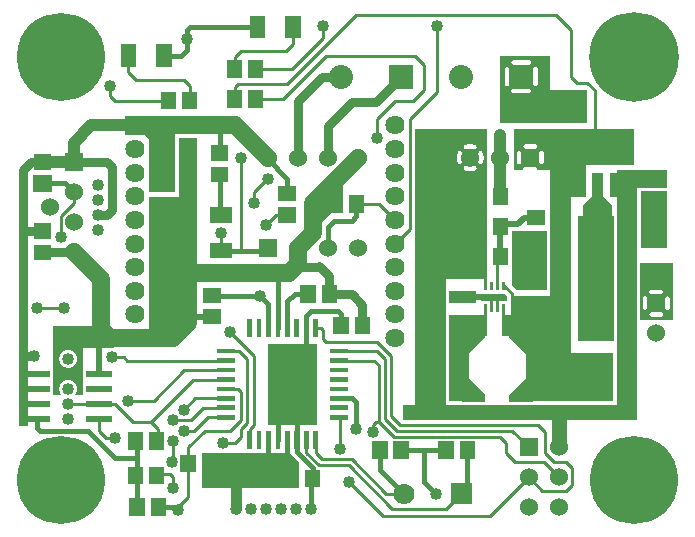
<source format=gbr>
G04 start of page 2 for group 0 idx 0 *
G04 Title: (unknown), component *
G04 Creator: pcb 20110918 *
G04 CreationDate: Thu 28 Mar 2013 11:01:16 PM GMT UTC *
G04 For: railfan *
G04 Format: Gerber/RS-274X *
G04 PCB-Dimensions: 225000 175000 *
G04 PCB-Coordinate-Origin: lower left *
%MOIN*%
%FSLAX25Y25*%
%LNTOP*%
%ADD44C,0.0370*%
%ADD43C,0.0240*%
%ADD42C,0.0530*%
%ADD41C,0.0480*%
%ADD40C,0.0380*%
%ADD39C,0.0280*%
%ADD38C,0.0320*%
%ADD37C,0.1285*%
%ADD36R,0.0142X0.0142*%
%ADD35R,0.0240X0.0240*%
%ADD34R,0.0098X0.0098*%
%ADD33R,0.0360X0.0360*%
%ADD32R,0.0945X0.0945*%
%ADD31R,0.0378X0.0378*%
%ADD30R,0.0630X0.0630*%
%ADD29R,0.0230X0.0230*%
%ADD28R,0.0200X0.0200*%
%ADD27R,0.0562X0.0562*%
%ADD26R,0.0157X0.0157*%
%ADD25R,0.0512X0.0512*%
%ADD24C,0.0700*%
%ADD23C,0.0800*%
%ADD22C,0.2987*%
%ADD21C,0.0640*%
%ADD20C,0.2937*%
%ADD19C,0.0350*%
%ADD18C,0.0200*%
%ADD17C,0.0300*%
%ADD16C,0.0600*%
%ADD15C,0.0400*%
%ADD14C,0.0500*%
%ADD13C,0.0100*%
%ADD12C,0.0150*%
%ADD11C,0.0001*%
G54D11*G36*
X64000Y26000D02*X93500D01*
X96500Y23000D01*
Y14500D01*
X64000D01*
Y26000D01*
G37*
G36*
X146500Y66500D02*X152000D01*
Y43500D01*
X146500D01*
Y66500D01*
G37*
G36*
X86000Y62500D02*X102500D01*
Y35500D01*
X86000D01*
Y62500D01*
G37*
G36*
X3000Y39000D02*X6000D01*
Y35000D01*
X3000D01*
Y39000D01*
G37*
G36*
X14500Y68500D02*X33500D01*
X35000Y67000D01*
Y61500D01*
X34500Y61000D01*
X14500D01*
Y68500D01*
G37*
G36*
X19495D02*X24500D01*
Y45500D01*
X21737D01*
X21935Y45731D01*
X22181Y46134D01*
X22362Y46570D01*
X22472Y47029D01*
X22500Y47500D01*
X22472Y47971D01*
X22362Y48430D01*
X22181Y48866D01*
X21935Y49269D01*
X21628Y49628D01*
X21269Y49935D01*
X20866Y50181D01*
X20430Y50362D01*
X19971Y50472D01*
X19500Y50509D01*
X19495Y50509D01*
Y54491D01*
X19500Y54491D01*
X19971Y54528D01*
X20430Y54638D01*
X20866Y54819D01*
X21269Y55065D01*
X21628Y55372D01*
X21935Y55731D01*
X22181Y56134D01*
X22362Y56570D01*
X22472Y57029D01*
X22500Y57500D01*
X22472Y57971D01*
X22362Y58430D01*
X22181Y58866D01*
X21935Y59269D01*
X21628Y59628D01*
X21269Y59935D01*
X20866Y60181D01*
X20430Y60362D01*
X19971Y60472D01*
X19500Y60509D01*
X19495Y60509D01*
Y68500D01*
G37*
G36*
X14500Y45500D02*Y68500D01*
X19495D01*
Y60509D01*
X19029Y60472D01*
X18570Y60362D01*
X18134Y60181D01*
X17731Y59935D01*
X17372Y59628D01*
X17065Y59269D01*
X16819Y58866D01*
X16638Y58430D01*
X16528Y57971D01*
X16491Y57500D01*
X16528Y57029D01*
X16638Y56570D01*
X16819Y56134D01*
X17065Y55731D01*
X17372Y55372D01*
X17731Y55065D01*
X18134Y54819D01*
X18570Y54638D01*
X19029Y54528D01*
X19495Y54491D01*
Y50509D01*
X19029Y50472D01*
X18570Y50362D01*
X18134Y50181D01*
X17731Y49935D01*
X17372Y49628D01*
X17065Y49269D01*
X16819Y48866D01*
X16638Y48430D01*
X16528Y47971D01*
X16491Y47500D01*
X16528Y47029D01*
X16638Y46570D01*
X16819Y46134D01*
X17065Y45731D01*
X17263Y45500D01*
X14500D01*
G37*
G36*
X102500Y107500D02*X108500D01*
X102500Y101500D01*
Y107500D01*
G37*
G36*
X111000Y117000D02*Y106000D01*
X99500D01*
Y112000D01*
X111000Y117000D01*
G37*
G36*
X56500Y122500D02*Y131000D01*
X62500D01*
Y122500D01*
X56500D01*
G37*
G36*
X38500Y132000D02*Y138500D01*
X52500D01*
X55000Y136000D01*
Y113000D01*
X46500D01*
Y130500D01*
X45000Y132000D01*
X38500D01*
G37*
G36*
X46500Y111500D02*X58000D01*
Y66000D01*
X46500D01*
Y111500D01*
G37*
G36*
X187000Y66000D02*Y43500D01*
X173500D01*
Y66000D01*
X187000D01*
G37*
G36*
X131000Y42000D02*X209000D01*
Y37000D01*
X131000D01*
Y42000D01*
G37*
G36*
X183000Y43500D02*Y59500D01*
X201000D01*
Y43500D01*
X183000D01*
G37*
G36*
X159000Y134000D02*Y124676D01*
X158986Y124500D01*
X159000Y124324D01*
Y118500D01*
X157113D01*
Y122353D01*
X157156Y122360D01*
X157268Y122397D01*
X157373Y122452D01*
X157468Y122522D01*
X157551Y122606D01*
X157619Y122702D01*
X157670Y122808D01*
X157818Y123216D01*
X157922Y123637D01*
X157984Y124067D01*
X158005Y124500D01*
X157984Y124933D01*
X157922Y125363D01*
X157818Y125784D01*
X157675Y126194D01*
X157622Y126300D01*
X157553Y126396D01*
X157470Y126481D01*
X157375Y126551D01*
X157269Y126606D01*
X157157Y126643D01*
X157113Y126651D01*
Y134000D01*
X159000D01*
G37*
G36*
X157113Y118500D02*X153502D01*
Y119995D01*
X153933Y120016D01*
X154363Y120078D01*
X154784Y120182D01*
X155194Y120325D01*
X155300Y120378D01*
X155396Y120447D01*
X155481Y120530D01*
X155551Y120625D01*
X155606Y120731D01*
X155643Y120843D01*
X155663Y120960D01*
X155664Y121079D01*
X155646Y121196D01*
X155610Y121309D01*
X155557Y121415D01*
X155488Y121512D01*
X155405Y121596D01*
X155309Y121667D01*
X155204Y121721D01*
X155092Y121759D01*
X154975Y121778D01*
X154856Y121779D01*
X154739Y121761D01*
X154626Y121723D01*
X154355Y121624D01*
X154075Y121556D01*
X153789Y121514D01*
X153502Y121500D01*
Y127500D01*
X153789Y127486D01*
X154075Y127444D01*
X154355Y127376D01*
X154628Y127280D01*
X154739Y127242D01*
X154856Y127225D01*
X154974Y127225D01*
X155091Y127245D01*
X155203Y127282D01*
X155307Y127336D01*
X155402Y127406D01*
X155485Y127491D01*
X155554Y127587D01*
X155607Y127692D01*
X155643Y127805D01*
X155660Y127921D01*
X155659Y128039D01*
X155640Y128156D01*
X155603Y128268D01*
X155548Y128373D01*
X155478Y128468D01*
X155394Y128551D01*
X155298Y128619D01*
X155192Y128670D01*
X154784Y128818D01*
X154363Y128922D01*
X153933Y128984D01*
X153502Y129005D01*
Y134000D01*
X157113D01*
Y126651D01*
X157040Y126663D01*
X156921Y126664D01*
X156804Y126646D01*
X156691Y126610D01*
X156585Y126557D01*
X156488Y126488D01*
X156404Y126405D01*
X156333Y126309D01*
X156279Y126204D01*
X156241Y126092D01*
X156222Y125975D01*
X156221Y125856D01*
X156239Y125739D01*
X156277Y125626D01*
X156376Y125355D01*
X156444Y125075D01*
X156486Y124789D01*
X156500Y124500D01*
X156486Y124211D01*
X156444Y123925D01*
X156376Y123645D01*
X156280Y123372D01*
X156242Y123261D01*
X156225Y123144D01*
X156225Y123026D01*
X156245Y122909D01*
X156282Y122797D01*
X156336Y122693D01*
X156406Y122598D01*
X156491Y122515D01*
X156587Y122446D01*
X156692Y122393D01*
X156805Y122357D01*
X156921Y122340D01*
X157039Y122341D01*
X157113Y122353D01*
Y118500D01*
G37*
G36*
X153502D02*X149887D01*
Y122349D01*
X149960Y122337D01*
X150079Y122336D01*
X150196Y122354D01*
X150309Y122390D01*
X150415Y122443D01*
X150512Y122512D01*
X150596Y122595D01*
X150667Y122691D01*
X150721Y122796D01*
X150759Y122908D01*
X150778Y123025D01*
X150779Y123144D01*
X150761Y123261D01*
X150723Y123374D01*
X150624Y123645D01*
X150556Y123925D01*
X150514Y124211D01*
X150500Y124500D01*
X150514Y124789D01*
X150556Y125075D01*
X150624Y125355D01*
X150720Y125628D01*
X150758Y125739D01*
X150775Y125856D01*
X150775Y125974D01*
X150755Y126091D01*
X150718Y126203D01*
X150664Y126307D01*
X150594Y126402D01*
X150509Y126485D01*
X150413Y126554D01*
X150308Y126607D01*
X150195Y126643D01*
X150079Y126660D01*
X149961Y126659D01*
X149887Y126647D01*
Y134000D01*
X153502D01*
Y129005D01*
X153500Y129005D01*
X153067Y128984D01*
X152637Y128922D01*
X152216Y128818D01*
X151806Y128675D01*
X151700Y128622D01*
X151604Y128553D01*
X151519Y128470D01*
X151449Y128375D01*
X151394Y128269D01*
X151357Y128157D01*
X151337Y128040D01*
X151336Y127921D01*
X151354Y127804D01*
X151390Y127691D01*
X151443Y127585D01*
X151512Y127488D01*
X151595Y127404D01*
X151691Y127333D01*
X151796Y127279D01*
X151908Y127241D01*
X152025Y127222D01*
X152144Y127221D01*
X152261Y127239D01*
X152374Y127277D01*
X152645Y127376D01*
X152925Y127444D01*
X153211Y127486D01*
X153500Y127500D01*
X153502Y127500D01*
Y121500D01*
X153500Y121500D01*
X153211Y121514D01*
X152925Y121556D01*
X152645Y121624D01*
X152372Y121720D01*
X152261Y121758D01*
X152144Y121775D01*
X152026Y121775D01*
X151909Y121755D01*
X151797Y121718D01*
X151693Y121664D01*
X151598Y121594D01*
X151515Y121509D01*
X151446Y121413D01*
X151393Y121308D01*
X151357Y121195D01*
X151340Y121079D01*
X151341Y120961D01*
X151360Y120844D01*
X151397Y120732D01*
X151452Y120627D01*
X151522Y120532D01*
X151606Y120449D01*
X151702Y120381D01*
X151808Y120330D01*
X152216Y120182D01*
X152637Y120078D01*
X153067Y120016D01*
X153500Y119995D01*
X153502Y119995D01*
Y118500D01*
G37*
G36*
X149887D02*X140000D01*
Y134000D01*
X149887D01*
Y126647D01*
X149844Y126640D01*
X149732Y126603D01*
X149627Y126548D01*
X149532Y126478D01*
X149449Y126394D01*
X149381Y126298D01*
X149330Y126192D01*
X149182Y125784D01*
X149078Y125363D01*
X149016Y124933D01*
X148995Y124500D01*
X149016Y124067D01*
X149078Y123637D01*
X149182Y123216D01*
X149325Y122806D01*
X149378Y122700D01*
X149447Y122604D01*
X149530Y122519D01*
X149625Y122449D01*
X149731Y122394D01*
X149843Y122357D01*
X149887Y122349D01*
Y118500D01*
G37*
G36*
X140000Y120000D02*X159000D01*
Y84000D01*
X140000D01*
Y120000D01*
G37*
G36*
X139000Y85000D02*X145500D01*
Y40500D01*
X139000D01*
Y85000D01*
G37*
G36*
X158000Y85500D02*X159000D01*
Y80500D01*
X158000D01*
Y85500D01*
G37*
G36*
X159000Y75000D02*Y65000D01*
X146500D01*
Y72000D01*
X158000D01*
Y75000D01*
X159000D01*
G37*
G36*
X158500Y79000D02*Y77000D01*
X154500D01*
Y79000D01*
X158500D01*
G37*
G36*
X168000Y77500D02*X167000D01*
Y79000D01*
X165500Y80500D01*
X164000D01*
Y82500D01*
X165000D01*
X168000Y79500D01*
Y77500D01*
G37*
G36*
X146500Y80000D02*X155500D01*
Y76000D01*
X146500D01*
Y80000D01*
G37*
G36*
X186500Y78500D02*Y65000D01*
X167000D01*
Y78500D01*
X186500D01*
G37*
G36*
X164000Y75500D02*X165000D01*
Y72000D01*
X167000D01*
Y75500D01*
X169000D01*
Y65000D01*
X164000D01*
Y75500D01*
G37*
G36*
X135000Y134000D02*X142500D01*
Y98000D01*
X135000D01*
Y134000D01*
G37*
G36*
Y99000D02*X141500D01*
Y37000D01*
X135000D01*
Y99000D01*
G37*
G36*
X179000Y100000D02*Y80500D01*
X169000D01*
X167500Y82000D01*
Y100000D01*
X179000D01*
G37*
G36*
X187000Y123000D02*Y65000D01*
X180000D01*
Y123000D01*
X187000D01*
G37*
G36*
X192000Y125000D02*Y111500D01*
X184000D01*
Y125000D01*
X192000D01*
G37*
G36*
X177250Y134000D02*X187000D01*
Y132392D01*
X186443Y132391D01*
X186290Y132354D01*
X186145Y132294D01*
X186010Y132212D01*
X185891Y132109D01*
X185788Y131990D01*
X185706Y131855D01*
X185646Y131710D01*
X185609Y131557D01*
X185600Y131400D01*
X185609Y127643D01*
X185646Y127490D01*
X185706Y127345D01*
X185788Y127210D01*
X185891Y127091D01*
X186010Y126988D01*
X186145Y126906D01*
X186290Y126846D01*
X186443Y126809D01*
X186600Y126800D01*
X187000Y126801D01*
Y120500D01*
X177250D01*
Y122248D01*
X177368Y122257D01*
X177482Y122285D01*
X177592Y122330D01*
X177692Y122391D01*
X177782Y122468D01*
X177859Y122558D01*
X177920Y122658D01*
X177965Y122768D01*
X177993Y122882D01*
X178000Y123000D01*
Y126000D01*
X177993Y126118D01*
X177965Y126232D01*
X177920Y126342D01*
X177859Y126442D01*
X177782Y126532D01*
X177692Y126609D01*
X177592Y126670D01*
X177482Y126715D01*
X177368Y126743D01*
X177250Y126752D01*
Y134000D01*
G37*
G36*
X173500D02*X177250D01*
Y126752D01*
X177132Y126743D01*
X177018Y126715D01*
X176908Y126670D01*
X176808Y126609D01*
X176718Y126532D01*
X176641Y126442D01*
X176580Y126342D01*
X176535Y126232D01*
X176507Y126118D01*
X176500Y126000D01*
Y123000D01*
X176507Y122882D01*
X176535Y122768D01*
X176580Y122658D01*
X176641Y122558D01*
X176718Y122468D01*
X176808Y122391D01*
X176908Y122330D01*
X177018Y122285D01*
X177132Y122257D01*
X177250Y122248D01*
Y120500D01*
X175708D01*
X175715Y120518D01*
X175743Y120632D01*
X175752Y120750D01*
X175743Y120868D01*
X175715Y120982D01*
X175670Y121092D01*
X175609Y121192D01*
X175532Y121282D01*
X175442Y121359D01*
X175342Y121420D01*
X175232Y121465D01*
X175118Y121493D01*
X175000Y121500D01*
X173500D01*
Y127500D01*
X175000D01*
X175118Y127507D01*
X175232Y127535D01*
X175342Y127580D01*
X175442Y127641D01*
X175532Y127718D01*
X175609Y127808D01*
X175670Y127908D01*
X175715Y128018D01*
X175743Y128132D01*
X175752Y128250D01*
X175743Y128368D01*
X175715Y128482D01*
X175670Y128592D01*
X175609Y128692D01*
X175532Y128782D01*
X175442Y128859D01*
X175342Y128920D01*
X175232Y128965D01*
X175118Y128993D01*
X175000Y129000D01*
X173500D01*
Y134000D01*
G37*
G36*
X169750D02*X173500D01*
Y129000D01*
X172000D01*
X171882Y128993D01*
X171768Y128965D01*
X171658Y128920D01*
X171558Y128859D01*
X171468Y128782D01*
X171391Y128692D01*
X171330Y128592D01*
X171285Y128482D01*
X171257Y128368D01*
X171248Y128250D01*
X171257Y128132D01*
X171285Y128018D01*
X171330Y127908D01*
X171391Y127808D01*
X171468Y127718D01*
X171558Y127641D01*
X171658Y127580D01*
X171768Y127535D01*
X171882Y127507D01*
X172000Y127500D01*
X173500D01*
Y121500D01*
X172000D01*
X171882Y121493D01*
X171768Y121465D01*
X171658Y121420D01*
X171558Y121359D01*
X171468Y121282D01*
X171391Y121192D01*
X171330Y121092D01*
X171285Y120982D01*
X171257Y120868D01*
X171248Y120750D01*
X171257Y120632D01*
X171285Y120518D01*
X171292Y120500D01*
X169750D01*
Y122248D01*
X169868Y122257D01*
X169982Y122285D01*
X170092Y122330D01*
X170192Y122391D01*
X170282Y122468D01*
X170359Y122558D01*
X170420Y122658D01*
X170465Y122768D01*
X170493Y122882D01*
X170500Y123000D01*
Y126000D01*
X170493Y126118D01*
X170465Y126232D01*
X170420Y126342D01*
X170359Y126442D01*
X170282Y126532D01*
X170192Y126609D01*
X170092Y126670D01*
X169982Y126715D01*
X169868Y126743D01*
X169750Y126752D01*
Y134000D01*
G37*
G36*
X168000D02*X169750D01*
Y126752D01*
X169632Y126743D01*
X169518Y126715D01*
X169408Y126670D01*
X169308Y126609D01*
X169218Y126532D01*
X169141Y126442D01*
X169080Y126342D01*
X169035Y126232D01*
X169007Y126118D01*
X169000Y126000D01*
Y123000D01*
X169007Y122882D01*
X169035Y122768D01*
X169080Y122658D01*
X169141Y122558D01*
X169218Y122468D01*
X169308Y122391D01*
X169408Y122330D01*
X169518Y122285D01*
X169632Y122257D01*
X169750Y122248D01*
Y120500D01*
X168000D01*
Y134000D01*
G37*
G36*
X175250Y158500D02*X180000D01*
Y136000D01*
X175250D01*
Y148248D01*
X175368Y148257D01*
X175482Y148285D01*
X175592Y148330D01*
X175692Y148391D01*
X175782Y148468D01*
X175859Y148558D01*
X175920Y148658D01*
X175965Y148768D01*
X175993Y148882D01*
X176000Y149000D01*
Y154000D01*
X175993Y154118D01*
X175965Y154232D01*
X175920Y154342D01*
X175859Y154442D01*
X175782Y154532D01*
X175692Y154609D01*
X175592Y154670D01*
X175482Y154715D01*
X175368Y154743D01*
X175250Y154752D01*
Y158500D01*
G37*
G36*
X170500D02*X175250D01*
Y154752D01*
X175132Y154743D01*
X175018Y154715D01*
X174908Y154670D01*
X174808Y154609D01*
X174718Y154532D01*
X174641Y154442D01*
X174580Y154342D01*
X174535Y154232D01*
X174507Y154118D01*
X174500Y154000D01*
Y149000D01*
X174507Y148882D01*
X174535Y148768D01*
X174580Y148658D01*
X174641Y148558D01*
X174718Y148468D01*
X174808Y148391D01*
X174908Y148330D01*
X175018Y148285D01*
X175132Y148257D01*
X175250Y148248D01*
Y136000D01*
X170500D01*
Y146000D01*
X173000D01*
X173118Y146007D01*
X173232Y146035D01*
X173342Y146080D01*
X173442Y146141D01*
X173532Y146218D01*
X173609Y146308D01*
X173670Y146408D01*
X173715Y146518D01*
X173743Y146632D01*
X173752Y146750D01*
X173743Y146868D01*
X173715Y146982D01*
X173670Y147092D01*
X173609Y147192D01*
X173532Y147282D01*
X173442Y147359D01*
X173342Y147420D01*
X173232Y147465D01*
X173118Y147493D01*
X173000Y147500D01*
X170500D01*
Y155500D01*
X173000D01*
X173118Y155507D01*
X173232Y155535D01*
X173342Y155580D01*
X173442Y155641D01*
X173532Y155718D01*
X173609Y155808D01*
X173670Y155908D01*
X173715Y156018D01*
X173743Y156132D01*
X173752Y156250D01*
X173743Y156368D01*
X173715Y156482D01*
X173670Y156592D01*
X173609Y156692D01*
X173532Y156782D01*
X173442Y156859D01*
X173342Y156920D01*
X173232Y156965D01*
X173118Y156993D01*
X173000Y157000D01*
X170500D01*
Y158500D01*
G37*
G36*
X165750D02*X170500D01*
Y157000D01*
X168000D01*
X167882Y156993D01*
X167768Y156965D01*
X167658Y156920D01*
X167558Y156859D01*
X167468Y156782D01*
X167391Y156692D01*
X167330Y156592D01*
X167285Y156482D01*
X167257Y156368D01*
X167248Y156250D01*
X167257Y156132D01*
X167285Y156018D01*
X167330Y155908D01*
X167391Y155808D01*
X167468Y155718D01*
X167558Y155641D01*
X167658Y155580D01*
X167768Y155535D01*
X167882Y155507D01*
X168000Y155500D01*
X170500D01*
Y147500D01*
X168000D01*
X167882Y147493D01*
X167768Y147465D01*
X167658Y147420D01*
X167558Y147359D01*
X167468Y147282D01*
X167391Y147192D01*
X167330Y147092D01*
X167285Y146982D01*
X167257Y146868D01*
X167248Y146750D01*
X167257Y146632D01*
X167285Y146518D01*
X167330Y146408D01*
X167391Y146308D01*
X167468Y146218D01*
X167558Y146141D01*
X167658Y146080D01*
X167768Y146035D01*
X167882Y146007D01*
X168000Y146000D01*
X170500D01*
Y136000D01*
X165750D01*
Y148248D01*
X165868Y148257D01*
X165982Y148285D01*
X166092Y148330D01*
X166192Y148391D01*
X166282Y148468D01*
X166359Y148558D01*
X166420Y148658D01*
X166465Y148768D01*
X166493Y148882D01*
X166500Y149000D01*
Y154000D01*
X166493Y154118D01*
X166465Y154232D01*
X166420Y154342D01*
X166359Y154442D01*
X166282Y154532D01*
X166192Y154609D01*
X166092Y154670D01*
X165982Y154715D01*
X165868Y154743D01*
X165750Y154752D01*
Y158500D01*
G37*
G36*
X163500D02*X165750D01*
Y154752D01*
X165632Y154743D01*
X165518Y154715D01*
X165408Y154670D01*
X165308Y154609D01*
X165218Y154532D01*
X165141Y154442D01*
X165080Y154342D01*
X165035Y154232D01*
X165007Y154118D01*
X165000Y154000D01*
Y149000D01*
X165007Y148882D01*
X165035Y148768D01*
X165080Y148658D01*
X165141Y148558D01*
X165218Y148468D01*
X165308Y148391D01*
X165408Y148330D01*
X165518Y148285D01*
X165632Y148257D01*
X165750Y148248D01*
Y136000D01*
X163500D01*
Y158500D01*
G37*
G36*
X178000Y136000D02*Y147000D01*
X192500D01*
Y136000D01*
X178000D01*
G37*
G36*
X184000Y134000D02*X208000D01*
Y122000D01*
X184000D01*
Y134000D01*
G37*
G36*
X202500Y120500D02*X209000D01*
Y40500D01*
X202500D01*
Y120500D01*
G37*
G36*
X201500Y63500D02*X189500D01*
Y105000D01*
X201500D01*
Y63500D01*
G37*
G36*
X221000Y81500D02*X210000D01*
Y89500D01*
X221000D01*
Y81500D01*
G37*
G36*
X205500Y120500D02*X219000D01*
Y114500D01*
X205500D01*
Y120500D01*
G37*
G36*
X221000Y70500D02*X219250D01*
Y73748D01*
X219368Y73757D01*
X219482Y73785D01*
X219592Y73830D01*
X219692Y73891D01*
X219782Y73968D01*
X219859Y74058D01*
X219920Y74158D01*
X219965Y74268D01*
X219993Y74382D01*
X220000Y74500D01*
Y77500D01*
X219993Y77618D01*
X219965Y77732D01*
X219920Y77842D01*
X219859Y77942D01*
X219782Y78032D01*
X219692Y78109D01*
X219592Y78170D01*
X219482Y78215D01*
X219368Y78243D01*
X219250Y78252D01*
Y82500D01*
X221000D01*
Y70500D01*
G37*
G36*
X219250D02*X215676D01*
X215500Y70514D01*
Y71500D01*
X217000D01*
X217118Y71507D01*
X217232Y71535D01*
X217342Y71580D01*
X217442Y71641D01*
X217532Y71718D01*
X217609Y71808D01*
X217670Y71908D01*
X217715Y72018D01*
X217743Y72132D01*
X217752Y72250D01*
X217743Y72368D01*
X217715Y72482D01*
X217670Y72592D01*
X217609Y72692D01*
X217532Y72782D01*
X217442Y72859D01*
X217342Y72920D01*
X217232Y72965D01*
X217118Y72993D01*
X217000Y73000D01*
X215500D01*
Y79000D01*
X217000D01*
X217118Y79007D01*
X217232Y79035D01*
X217342Y79080D01*
X217442Y79141D01*
X217532Y79218D01*
X217609Y79308D01*
X217670Y79408D01*
X217715Y79518D01*
X217743Y79632D01*
X217752Y79750D01*
X217743Y79868D01*
X217715Y79982D01*
X217670Y80092D01*
X217609Y80192D01*
X217532Y80282D01*
X217442Y80359D01*
X217342Y80420D01*
X217232Y80465D01*
X217118Y80493D01*
X217000Y80500D01*
X215500D01*
Y82500D01*
X219250D01*
Y78252D01*
X219132Y78243D01*
X219018Y78215D01*
X218908Y78170D01*
X218808Y78109D01*
X218718Y78032D01*
X218641Y77942D01*
X218580Y77842D01*
X218535Y77732D01*
X218507Y77618D01*
X218500Y77500D01*
Y74500D01*
X218507Y74382D01*
X218535Y74268D01*
X218580Y74158D01*
X218641Y74058D01*
X218718Y73968D01*
X218808Y73891D01*
X218908Y73830D01*
X219018Y73785D01*
X219132Y73757D01*
X219250Y73748D01*
Y70500D01*
G37*
G36*
X215500Y70514D02*X215500D01*
X215324Y70500D01*
X211750D01*
Y73748D01*
X211868Y73757D01*
X211982Y73785D01*
X212092Y73830D01*
X212192Y73891D01*
X212282Y73968D01*
X212359Y74058D01*
X212420Y74158D01*
X212465Y74268D01*
X212493Y74382D01*
X212500Y74500D01*
Y77500D01*
X212493Y77618D01*
X212465Y77732D01*
X212420Y77842D01*
X212359Y77942D01*
X212282Y78032D01*
X212192Y78109D01*
X212092Y78170D01*
X211982Y78215D01*
X211868Y78243D01*
X211750Y78252D01*
Y82500D01*
X215500D01*
Y80500D01*
X214000D01*
X213882Y80493D01*
X213768Y80465D01*
X213658Y80420D01*
X213558Y80359D01*
X213468Y80282D01*
X213391Y80192D01*
X213330Y80092D01*
X213285Y79982D01*
X213257Y79868D01*
X213248Y79750D01*
X213257Y79632D01*
X213285Y79518D01*
X213330Y79408D01*
X213391Y79308D01*
X213468Y79218D01*
X213558Y79141D01*
X213658Y79080D01*
X213768Y79035D01*
X213882Y79007D01*
X214000Y79000D01*
X215500D01*
Y73000D01*
X214000D01*
X213882Y72993D01*
X213768Y72965D01*
X213658Y72920D01*
X213558Y72859D01*
X213468Y72782D01*
X213391Y72692D01*
X213330Y72592D01*
X213285Y72482D01*
X213257Y72368D01*
X213248Y72250D01*
X213257Y72132D01*
X213285Y72018D01*
X213330Y71908D01*
X213391Y71808D01*
X213468Y71718D01*
X213558Y71641D01*
X213658Y71580D01*
X213768Y71535D01*
X213882Y71507D01*
X214000Y71500D01*
X215500D01*
Y70514D01*
G37*
G36*
X211750Y70500D02*X210000D01*
Y82500D01*
X211750D01*
Y78252D01*
X211632Y78243D01*
X211518Y78215D01*
X211408Y78170D01*
X211308Y78109D01*
X211218Y78032D01*
X211141Y77942D01*
X211080Y77842D01*
X211035Y77732D01*
X211007Y77618D01*
X211000Y77500D01*
Y74500D01*
X211007Y74382D01*
X211035Y74268D01*
X211080Y74158D01*
X211141Y74058D01*
X211218Y73968D01*
X211308Y73891D01*
X211408Y73830D01*
X211518Y73785D01*
X211632Y73757D01*
X211750Y73748D01*
Y70500D01*
G37*
G36*
X210500Y94500D02*Y113500D01*
X219000D01*
Y94500D01*
X210500D01*
G37*
G54D12*X152543Y28000D02*Y14437D01*
G54D13*X168500Y23000D02*X165500Y26000D01*
Y29500D01*
X176000Y35500D02*X130000D01*
X167500Y33500D02*X129000D01*
X163500Y31500D02*X128000D01*
X125000Y57500D02*Y37500D01*
X123000Y55500D02*Y36500D01*
X122000D02*X121000Y35500D01*
Y33000D01*
X123000Y36500D02*X122000D01*
X127000Y38500D02*Y58500D01*
X130000Y35500D02*X127000Y38500D01*
X129000Y33500D02*X125000Y37500D01*
X128000Y31500D02*X123000Y36500D01*
G54D12*X123414Y28000D02*Y20480D01*
X131394Y12500D01*
G54D13*X125500D02*X131394D01*
G54D12*X130500Y27000D02*X145457D01*
G54D13*X103000Y22000D02*X113000D01*
X102024Y25976D02*X104000Y24000D01*
X114000D01*
G54D12*X138000Y27000D02*Y16500D01*
X142000Y12500D01*
G54D13*X127500Y7500D02*X145606D01*
X150606Y12500D01*
X124500Y5000D02*X160000D01*
X113000Y22000D02*X127500Y7500D01*
X113000Y16500D02*X124500Y5000D01*
X114000Y24000D02*X125500Y12500D01*
G54D14*X183000Y28000D02*Y39000D01*
G54D13*X173000Y28000D02*X167500Y33500D01*
X178500Y26000D02*Y33000D01*
X176000Y35500D01*
X165500Y29500D02*X163500Y31500D01*
X183000Y18000D02*X178000Y23000D01*
X168500D01*
X173000Y18000D02*X177500Y13500D01*
X185500D01*
X187500Y15500D01*
Y21000D01*
X185500Y23000D01*
X181500D01*
X178500Y26000D01*
X160000Y5000D02*X173000Y18000D01*
G54D12*X100500Y16957D02*X101043Y17500D01*
X101000Y17543D02*X101043Y17500D01*
X100500Y7500D02*Y16957D01*
X101000Y21000D02*Y17543D01*
G54D13*X102024Y30221D02*Y25976D01*
X98874Y30221D02*Y26126D01*
X103000Y22000D01*
G54D12*X95725Y26275D02*X101000Y21000D01*
G54D13*X110000Y27500D02*Y37756D01*
X109779Y37977D01*
X35000Y143500D02*X52957D01*
G54D15*X41886Y135248D02*X27248D01*
G54D16*X41886D02*X75252D01*
G54D12*X70000Y126043D02*Y134500D01*
X70043Y126000D02*X70000Y126043D01*
G54D13*X122500Y131000D02*Y137500D01*
X39500Y158405D02*X39595Y158500D01*
X39500Y153000D02*Y158405D01*
X42000Y150500D02*X39500Y153000D01*
X33500Y148500D02*Y145000D01*
X35000Y143500D01*
X58000Y150500D02*X42000D01*
G54D12*X57000Y158500D02*X51405D01*
G54D13*X60043Y148457D02*X58000Y150500D01*
X60043Y143500D02*Y148457D01*
X104500Y164500D02*Y168500D01*
G54D12*X82595Y168000D02*X60000D01*
X59000Y167000D01*
Y160500D01*
G54D13*X77000Y160000D02*X92000D01*
X75000Y158000D02*X77000Y160000D01*
G54D12*X59000Y160500D02*X57000Y158500D01*
G54D13*X75000Y153000D02*Y158000D01*
Y148000D02*Y144043D01*
X187000Y151500D02*Y167000D01*
X182000Y172000D01*
X122500Y137500D02*X128500Y143500D01*
X134500D01*
X142500Y146500D02*Y168500D01*
X133500Y137500D02*X142500Y146500D01*
X138000Y147000D02*Y155500D01*
X135000Y158500D01*
X134500Y143500D02*X138000Y147000D01*
X182000Y172000D02*X115500D01*
X135000Y158500D02*X105500D01*
X94500Y167905D02*X94405Y168000D01*
X92000Y160000D02*X94500Y162500D01*
Y167905D01*
X94000Y154000D02*X104500Y164500D01*
G54D17*X96000Y143500D02*X104000Y151500D01*
G54D13*X115500Y172000D02*X92500Y149000D01*
X82086Y154000D02*X94000D01*
X91000Y144000D02*X82043D01*
X75000Y144043D02*X74957Y144000D01*
X92500Y149000D02*X76000D01*
X75000Y148000D01*
X105500Y158500D02*X91000Y144000D01*
X162519Y90433D02*Y81642D01*
Y90433D02*X163586Y91500D01*
X165000Y91414D02*X165086Y91500D01*
G54D18*X163500Y102500D02*Y91500D01*
X165086Y102500D02*X169500D01*
X171500Y104500D01*
X175500D01*
G54D13*X175543Y104543D01*
X189000Y149500D02*X187000Y151500D01*
X195000Y147000D02*Y131000D01*
Y147000D02*X192500Y149500D01*
X189000D01*
X162519Y77981D02*X162500Y78000D01*
X162519Y74358D02*Y77981D01*
X160551Y74358D02*Y77949D01*
X160500Y78000D01*
G54D15*X163500Y124500D02*Y132000D01*
X163586Y124414D02*X163500Y124500D01*
X163586Y113500D02*Y124414D01*
G54D16*X54382Y64382D02*X59500Y69500D01*
G54D13*X76477Y60023D02*X79000Y57500D01*
X72221Y60023D02*X76477D01*
X72221Y56874D02*X39126D01*
X81500Y58500D02*X73500Y66500D01*
X61000Y50500D02*X72146D01*
X72221Y50575D01*
Y53724D02*X58224D01*
G54D18*X29750Y52500D02*Y62250D01*
G54D13*X47000Y36500D02*X61000Y50500D01*
X58224Y53724D02*X48000Y43500D01*
X39500D01*
X38000Y58000D02*X34000D01*
X122476Y60024D02*X125000Y57500D01*
X121626Y56874D02*X123000Y55500D01*
X109779Y60024D02*X122476D01*
X109779Y56874D02*X121626D01*
G54D12*X109779Y44276D02*X114224D01*
X115500Y43000D01*
Y34000D01*
G54D13*X127000Y58500D02*X122500Y63000D01*
X105500D01*
G54D12*X106500Y79043D02*X106543Y79000D01*
X109500Y73500D02*X110500Y72500D01*
G54D13*X102000Y67756D02*X102023Y67779D01*
X105500Y63000D02*X104500Y64000D01*
G54D12*X98874Y52374D02*Y71874D01*
G54D13*X104500Y67000D02*Y64000D01*
G54D17*X104000Y151500D02*X110500D01*
X130500D02*X122000Y143000D01*
G54D13*X133500Y100878D02*X128500Y95878D01*
X133500Y100878D02*Y137500D01*
G54D17*X122000Y143000D02*X114000D01*
X106000Y135000D01*
Y124500D01*
X96000D02*Y143500D01*
G54D16*X54382Y64382D02*X34118D01*
X30500Y68000D02*Y84000D01*
G54D17*X4500Y120500D02*Y39000D01*
G54D12*X9000Y34500D02*Y37250D01*
G54D17*X8000Y58500D02*X4500D01*
G54D13*X9000Y74500D02*X18000D01*
X39126Y56874D02*X38000Y58000D01*
G54D17*X32500Y123000D02*X21500D01*
G54D13*X17000Y98000D02*Y105000D01*
X21500Y109500D01*
X35000Y42500D02*X19500D01*
X75000Y29500D02*X71000D01*
X77000Y37000D02*X73500Y33500D01*
X77000Y34000D02*Y31500D01*
X75000Y29500D01*
G54D19*X75500Y7500D02*Y17000D01*
G54D13*X81500Y35500D02*Y58500D01*
X72221Y47425D02*X76075D01*
X77000Y46500D01*
Y37000D01*
X79000Y57500D02*Y36000D01*
X77000Y34000D01*
G54D12*X89425Y30221D02*Y48425D01*
G54D13*X79977Y33977D02*X81500Y35500D01*
X79977Y30221D02*Y33977D01*
G54D12*X86276Y30221D02*Y25224D01*
X92575Y30221D02*Y25075D01*
X95725Y48225D02*Y26275D01*
G54D13*X59500Y28000D02*X65000Y33500D01*
G54D12*X59500Y22543D02*X59457Y22500D01*
G54D13*X59500Y28000D02*Y22543D01*
X54500Y30000D02*Y23500D01*
X61775Y44275D02*X58000Y40500D01*
X64626Y41126D02*X60500Y37000D01*
X72221Y41126D02*X64626D01*
X72221Y37976D02*X65976D01*
X60500Y37000D02*X54500D01*
X65976Y37976D02*X61500Y33500D01*
X58000D01*
X72221Y44275D02*X61775D01*
G54D12*X26000Y33500D02*X10000D01*
G54D13*X73500D02*X65000D01*
G54D12*X35000Y24500D02*X42500D01*
G54D13*X29750Y33250D02*X32000Y31000D01*
X35000D01*
G54D12*X42457Y8000D02*Y30000D01*
X35000Y24500D02*X26000Y33500D01*
G54D13*X59457Y11457D02*X56000Y8000D01*
X59457Y22500D02*Y11457D01*
X54500Y23500D02*X54000Y23000D01*
G54D12*X10000Y33500D02*X9000Y34500D01*
G54D13*X49500Y34000D02*Y30043D01*
G54D12*X56000Y8000D02*X49543D01*
G54D13*X54500Y14500D02*Y18000D01*
X53500Y19000D01*
X49543D01*
X49500Y30043D02*X49543Y30000D01*
X47000Y36500D02*X49500Y34000D01*
X41000Y36500D02*X35000Y42500D01*
X29750Y37500D02*Y33250D01*
X47000Y36500D02*X41000D01*
G54D12*X106000Y94000D02*Y101500D01*
G54D16*X101000Y99500D02*X96000Y94500D01*
X101000Y109500D02*Y99500D01*
X96000Y94500D02*Y89000D01*
G54D17*X102500Y88000D02*X96000D01*
G54D16*X116000Y124500D02*X101000Y109500D01*
G54D12*X108500Y109086D02*X108414Y109000D01*
G54D18*X85457Y124543D02*X86000Y124000D01*
G54D16*X75252Y135248D02*X86000Y124500D01*
G54D12*X92500Y117500D02*X86000Y124000D01*
G54D13*X81500Y113000D02*X86500Y118000D01*
X81500Y109500D02*Y113000D01*
G54D12*X115500Y105000D02*X114000Y103500D01*
X108000D02*X114000D01*
X106000Y101500D02*X108000Y103500D01*
G54D18*X85500Y93500D02*X86000Y94000D01*
G54D13*X88914Y105414D02*X85500Y102000D01*
X92500Y105414D02*X88914D01*
G54D12*X92500Y112500D02*Y117500D01*
G54D13*X115500Y109000D02*X123252D01*
X128500Y103752D01*
G54D12*X115500Y109000D02*Y105000D01*
G54D16*X96000Y89000D02*X93000Y86000D01*
G54D12*X69500Y93500D02*X85500D01*
G54D16*X93000Y86000D02*X60500D01*
G54D12*X89425Y85925D02*X89500Y86000D01*
G54D13*X77000Y124500D02*Y93500D01*
G54D12*X70000Y105905D02*X70500Y105405D01*
X70000Y119457D02*Y105905D01*
X86275Y67779D02*Y75725D01*
X83500Y78500D01*
X67586D01*
G54D16*X59500Y69500D02*Y127500D01*
G54D18*X67543Y71457D02*X59543D01*
X59500Y71500D01*
G54D12*X67586Y78500D02*X67543Y78543D01*
X89425Y67779D02*Y85925D01*
X92575Y67779D02*Y76575D01*
X95000Y79000D01*
X99457D01*
X100500Y73500D02*X109500D01*
X98874Y71874D02*X100500Y73500D01*
X110500Y72500D02*Y68543D01*
X110457Y68500D01*
G54D17*X106543Y79000D02*X114000D01*
X117500Y75500D01*
G54D13*X102023Y67779D02*X103721D01*
G54D17*X117500Y75500D02*Y68543D01*
X117543Y68500D01*
X106543Y79000D02*X106500Y85000D01*
X103000Y88500D01*
G54D13*X103721Y67779D02*X104500Y67000D01*
G54D15*X27248Y135248D02*X21500Y129500D01*
Y123000D01*
G54D12*Y113000D02*X18586Y115914D01*
G54D17*X7000Y123000D02*X4500Y120500D01*
G54D12*X18586Y115914D02*X11000D01*
G54D15*X21500Y123000D02*X11000D01*
G54D17*X7000D01*
G54D16*X30500Y84000D02*X21500Y93000D01*
G54D17*X11043D02*X11000Y93043D01*
G54D13*X70500Y99500D02*Y93595D01*
G54D17*X21500Y93000D02*X11043D01*
X11000Y99957D02*X4543D01*
G54D13*X21500Y109500D02*Y113000D01*
G54D17*X29500Y105500D02*X32500D01*
X34000Y107000D01*
Y121500D01*
X32500Y123000D01*
G54D20*X17000Y158000D03*
G54D11*G36*
X38686Y138448D02*Y132048D01*
X45086D01*
Y138448D01*
X38686D01*
G37*
G36*
X83000Y97500D02*Y91500D01*
X89000D01*
Y97500D01*
X83000D01*
G37*
G54D16*X96000Y94500D03*
Y124500D03*
X86000D03*
X106000Y94500D03*
X116000D03*
G54D21*X128500Y88004D03*
Y80130D03*
Y72256D03*
Y119500D03*
Y111626D03*
Y103752D03*
Y95878D03*
G54D11*G36*
X212500Y79000D02*Y73000D01*
X218500D01*
Y79000D01*
X212500D01*
G37*
G54D16*X215500Y66000D03*
G54D11*G36*
X170500Y127500D02*Y121500D01*
X176500D01*
Y127500D01*
X170500D01*
G37*
G54D16*X163500Y124500D03*
X153500D03*
X116000D03*
X106000D03*
G54D22*X208000Y158000D03*
G54D11*G36*
X166500Y155500D02*Y147500D01*
X174500D01*
Y155500D01*
X166500D01*
G37*
G54D23*X150500Y151500D03*
G54D11*G36*
X126500Y155500D02*Y147500D01*
X134500D01*
Y155500D01*
X126500D01*
G37*
G54D21*X128500Y135248D03*
Y127374D03*
G54D23*X110500Y151500D03*
G54D20*X17000Y17000D03*
G54D15*X19500Y57500D03*
Y52500D03*
Y47500D03*
Y42500D03*
Y37500D03*
G54D11*G36*
X170000Y31000D02*Y25000D01*
X176000D01*
Y31000D01*
X170000D01*
G37*
G54D16*X183000Y28000D03*
G54D20*X208000Y17000D03*
G54D16*X183000Y18000D03*
Y8000D03*
G54D11*G36*
X147106Y16000D02*Y9000D01*
X154106D01*
Y16000D01*
X147106D01*
G37*
G54D24*X131394Y12500D03*
G54D16*X173000Y18000D03*
Y8000D03*
G54D15*X100500Y7500D03*
G54D21*X128500Y64382D03*
G54D15*X95500Y7500D03*
X90500D03*
X85500D03*
X80500D03*
X75500D03*
G54D11*G36*
X18500Y126000D02*Y120000D01*
X24500D01*
Y126000D01*
X18500D01*
G37*
G54D15*X29500Y115500D03*
G54D16*X21500Y113000D03*
Y103000D03*
Y93000D03*
G54D15*X29500Y110500D03*
Y105500D03*
Y100500D03*
G54D16*X13500Y108000D03*
G54D21*X41886Y127374D03*
Y119500D03*
Y111626D03*
Y103752D03*
Y95878D03*
Y88004D03*
Y80130D03*
Y72256D03*
Y64382D03*
G54D25*X67150Y71457D02*X67936D01*
X67150Y78543D02*X67936D01*
X69319Y93595D02*X71681D01*
G54D26*X92575Y69992D02*Y65566D01*
G54D25*X99457Y79393D02*Y78607D01*
X106543Y79393D02*Y78607D01*
X110457Y68893D02*Y68107D01*
G54D26*X89425Y69992D02*Y65566D01*
G54D25*X101043Y17893D02*Y17107D01*
X93957Y17893D02*Y17107D01*
G54D26*X86275Y69992D02*Y65566D01*
X83126Y69992D02*Y65566D01*
X79976Y69992D02*Y65566D01*
X70008Y60023D02*X74434D01*
X70008Y56874D02*X74434D01*
X70008Y53724D02*X74434D01*
X70008Y50575D02*X74434D01*
X70008Y47425D02*X74434D01*
X70008Y44275D02*X74434D01*
X70008Y41126D02*X74434D01*
X70008Y37976D02*X74434D01*
G54D27*X10607Y115914D02*X11393D01*
G54D25*X10607Y123000D02*X11393D01*
X60043Y143893D02*Y143107D01*
X52957Y143893D02*Y143107D01*
X69607Y126043D02*X70393D01*
X59500Y127893D02*Y127107D01*
X52414Y127893D02*Y127107D01*
X69319Y105405D02*X71681D01*
X52414Y116893D02*Y116107D01*
X59500Y116893D02*Y116107D01*
X69607Y118957D02*X70393D01*
X82595Y169181D02*Y166819D01*
X82043Y144393D02*Y143607D01*
X74957Y144393D02*Y143607D01*
Y154393D02*Y153607D01*
X82043Y154393D02*Y153607D01*
X94405Y169181D02*Y166819D01*
X108457Y109393D02*Y108607D01*
X115543Y109393D02*Y108607D01*
X92107Y105414D02*X92893D01*
X92107Y112500D02*X92893D01*
X51405Y159681D02*Y157319D01*
X39595Y159681D02*Y157319D01*
X59457Y22893D02*Y22107D01*
X66543Y22893D02*Y22107D01*
X49043Y30393D02*Y29607D01*
X49543Y8393D02*Y7607D01*
X42457Y8393D02*Y7607D01*
G54D28*X26500Y37500D02*X33000D01*
X26500Y42500D02*X33000D01*
X26500Y47500D02*X33000D01*
X26500Y52500D02*X33000D01*
G54D25*X41957Y30393D02*Y29607D01*
X49043Y18893D02*Y18107D01*
X41957Y18893D02*Y18107D01*
X10607Y100043D02*X11393D01*
X10607Y92957D02*X11393D01*
G54D28*X6000Y52500D02*X12500D01*
X6000Y47500D02*X12500D01*
X6000Y42500D02*X12500D01*
X6000Y37500D02*X12500D01*
G54D29*X173243Y65700D02*Y44300D01*
X167643D02*X173243D01*
X151843D02*X157443D01*
G54D11*G36*
X170093Y47450D02*Y43450D01*
X174093D01*
Y47450D01*
X170093D01*
G37*
G36*
X150993Y66550D02*Y62550D01*
X154993D01*
Y66550D01*
X150993D01*
G37*
G36*
Y47450D02*Y43450D01*
X154993D01*
Y47450D01*
X150993D01*
G37*
G36*
X168620Y66671D02*X174214Y61077D01*
X172093Y58956D01*
X166499Y64550D01*
X168620Y66671D01*
G37*
G36*
X166499Y45450D02*X172093Y51044D01*
X174214Y48923D01*
X168620Y43329D01*
X166499Y45450D01*
G37*
G36*
X150872Y61077D02*X156466Y66671D01*
X158587Y64550D01*
X152993Y58956D01*
X150872Y61077D01*
G37*
G36*
X152993Y51044D02*X158587Y45450D01*
X156466Y43329D01*
X150872Y48923D01*
X152993Y51044D01*
G37*
G54D25*X123414Y27393D02*Y26607D01*
X130500Y27393D02*Y26607D01*
X152543Y27393D02*Y26607D01*
X145457Y27393D02*Y26607D01*
G54D29*X167643Y65700D02*X173243D01*
X151843D02*Y44300D01*
Y65700D02*X157443D01*
G54D11*G36*
X170093Y66550D02*Y62550D01*
X174093D01*
Y66550D01*
X170093D01*
G37*
G54D26*X79977Y32434D02*Y28008D01*
X83126Y32434D02*Y28008D01*
X86276Y32434D02*Y28008D01*
X89425Y32434D02*Y28008D01*
X92575Y32434D02*Y28008D01*
X95725Y32434D02*Y28008D01*
X98874Y32434D02*Y28008D01*
X102024Y32434D02*Y28008D01*
X107566Y37977D02*X111992D01*
X107566Y41126D02*X111992D01*
X107566Y44276D02*X111992D01*
X107566Y47425D02*X111992D01*
X107566Y50575D02*X111992D01*
X107566Y53725D02*X111992D01*
X107566Y56874D02*X111992D01*
X107566Y60024D02*X111992D01*
X102023Y69992D02*Y65566D01*
X98874Y69992D02*Y65566D01*
X95724Y69992D02*Y65566D01*
G54D25*X117543Y68893D02*Y68107D01*
X213319Y86095D02*X215681D01*
X213319Y97905D02*X215681D01*
G54D30*X194000Y54807D02*Y48508D01*
Y74492D02*Y68193D01*
G54D25*X215107Y110457D02*X215893D01*
X215107Y117543D02*X215893D01*
G54D31*X196000Y117405D02*Y105595D01*
G54D32*Y103861D02*Y101971D01*
G54D33*X188400Y129600D02*X189600D01*
X188400Y142500D02*X189600D01*
G54D31*X201906Y117405D02*Y113311D01*
G54D11*G36*
X197885Y111426D02*X200725Y108586D01*
X199305Y107166D01*
X196465Y110006D01*
X197885Y111426D01*
G37*
G36*
X191275Y108586D02*X194115Y111426D01*
X195535Y110006D01*
X192695Y107166D01*
X191275Y108586D01*
G37*
G54D31*X190094Y117405D02*Y113311D01*
G54D25*X156500Y111893D02*Y111107D01*
X163586Y111893D02*Y111107D01*
X156457Y101893D02*Y101107D01*
X163543Y101893D02*Y101107D01*
X163586Y91893D02*Y91107D01*
X156500Y91893D02*Y91107D01*
X175150Y97457D02*X175936D01*
X175150Y104543D02*X175936D01*
X175150Y75957D02*X175936D01*
X175150Y83043D02*X175936D01*
G54D34*X164488Y82528D02*Y80756D01*
X162519Y82528D02*Y80756D01*
X160551Y82528D02*Y80756D01*
X158582Y82528D02*Y80756D01*
Y75244D02*Y73472D01*
X160551Y75244D02*Y73472D01*
X162519Y75244D02*Y73472D01*
X164488Y75244D02*Y73472D01*
G54D35*X158405Y78000D02*X163681D01*
G54D36*X157913Y77508D02*X165157D01*
G54D11*G36*
X163797Y78117D02*X164881Y79201D01*
X165865Y78217D01*
X164781Y77133D01*
X163797Y78117D01*
G37*
G54D15*X85500Y102000D03*
X77000Y124500D03*
X70500Y99500D03*
X81500Y109500D03*
X86000Y117500D03*
X83500Y78500D03*
X104500Y168500D03*
X33500Y148500D03*
X59000Y164000D03*
X170000Y83500D03*
Y97000D03*
Y88000D03*
Y92500D03*
X193500Y93500D03*
Y83500D03*
Y88500D03*
X198500Y93500D03*
Y83500D03*
Y88500D03*
X59500Y86000D03*
Y91500D03*
Y80500D03*
X73500Y66500D03*
X34000Y58000D03*
X8000Y58500D03*
X54500Y86000D03*
Y91500D03*
Y80500D03*
X17000Y98000D03*
X18000Y74500D03*
X9000D03*
X142500Y168500D03*
X142000Y12500D03*
X153000Y78000D03*
X148500D03*
X137000Y101000D03*
Y131000D03*
Y126000D03*
X122500Y131000D03*
X163500Y132000D03*
X137000Y121000D03*
Y116000D03*
Y111000D03*
Y106000D03*
X163500Y117500D03*
X115500Y34000D03*
X121000Y33000D03*
X113000Y16500D03*
X110000Y27500D03*
X143000Y39500D03*
X148000D03*
X153000D03*
X138000D03*
X133000D03*
X89500Y23500D03*
X84500D03*
X71000Y29500D03*
X95000Y39500D03*
X100000D03*
X58000Y40500D03*
X54500Y37000D03*
X58000Y33500D03*
X39500Y43500D03*
X35000Y31000D03*
X54500Y30000D03*
X59500Y75000D03*
X54500D03*
X59500Y69500D03*
X54500D03*
Y14500D03*
X56000Y7000D03*
X54000Y23000D03*
G54D18*G54D37*G54D38*G54D39*G54D38*G54D40*G54D39*G54D37*G54D41*G54D42*G54D41*G54D38*G54D41*G54D37*G54D43*G54D40*G54D37*G54D40*G54D18*G54D40*G54D43*G54D38*G54D43*G54D39*G54D43*G54D39*G54D43*G54D44*G54D38*M02*

</source>
